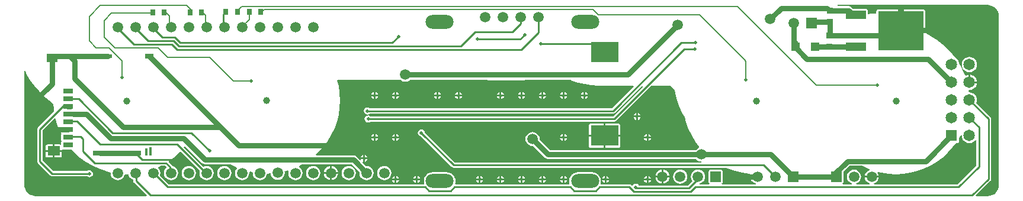
<source format=gbl>
G04 Layer_Physical_Order=2*
G04 Layer_Color=16711680*
%FSAX25Y25*%
%MOIN*%
G70*
G01*
G75*
%ADD10R,0.02756X0.03347*%
%ADD12C,0.02953*%
%ADD13C,0.01000*%
%ADD14C,0.03000*%
%ADD15R,0.06496X0.06496*%
%ADD16C,0.06496*%
%ADD17C,0.05905*%
%ADD18C,0.03937*%
%ADD19R,0.05905X0.05905*%
%ADD20C,0.05905*%
%ADD21C,0.05910*%
%ADD22O,0.15748X0.07874*%
%ADD23C,0.01968*%
%ADD24R,0.11220X0.04921*%
%ADD25R,0.25590X0.21850*%
%ADD26R,0.03740X0.03347*%
%ADD27R,0.04724X0.04724*%
%ADD28R,0.05905X0.04567*%
%ADD29R,0.04528X0.02362*%
%ADD30R,0.05118X0.02559*%
%ADD31R,0.01772X0.04528*%
%ADD32R,0.01772X0.04331*%
%ADD33R,0.06299X0.02559*%
%ADD34R,0.08425X0.02559*%
%ADD35R,0.07087X0.05315*%
%ADD36R,0.05512X0.03150*%
%ADD37R,0.15748X0.11811*%
%ADD38C,0.00700*%
G36*
X0146828Y0342653D02*
X0148834Y0339306D01*
X0151159Y0336172D01*
X0153780Y0333280D01*
X0157680Y0329380D01*
X0160572Y0326759D01*
X0161803Y0325846D01*
X0161911Y0323643D01*
X0162178Y0321841D01*
X0153019Y0312681D01*
X0152687Y0312185D01*
X0152571Y0311600D01*
Y0293700D01*
X0152687Y0293115D01*
X0153019Y0292619D01*
X0160119Y0285519D01*
X0160615Y0285187D01*
X0161200Y0285071D01*
X0180817D01*
X0181326Y0284731D01*
X0182100Y0284577D01*
X0182874Y0284731D01*
X0183531Y0285169D01*
X0183969Y0285826D01*
X0184123Y0286600D01*
X0183969Y0287374D01*
X0183531Y0288031D01*
X0182874Y0288469D01*
X0182100Y0288623D01*
X0181326Y0288469D01*
X0180817Y0288129D01*
X0161834D01*
X0155629Y0294334D01*
Y0310966D01*
X0162505Y0317842D01*
X0162987Y0317709D01*
X0163494Y0315686D01*
X0164862Y0311861D01*
X0166245Y0308936D01*
X0166224Y0308827D01*
Y0305677D01*
X0166301Y0305287D01*
X0166435Y0305087D01*
X0166301Y0304886D01*
X0166224Y0304496D01*
Y0303376D01*
X0166115Y0303268D01*
X0165724Y0303044D01*
X0165472Y0303094D01*
X0162428D01*
Y0299917D01*
X0166491D01*
Y0300045D01*
X0166600Y0300153D01*
X0166991Y0300377D01*
X0167243Y0300327D01*
X0172118D01*
X0173834Y0298434D01*
X0176844Y0295706D01*
X0180106Y0293287D01*
X0183590Y0291199D01*
X0187261Y0289462D01*
X0191086Y0288094D01*
X0194054Y0287350D01*
X0194013Y0287037D01*
X0194149Y0286005D01*
X0194547Y0285044D01*
X0195181Y0284218D01*
X0196007Y0283584D01*
X0196968Y0283186D01*
X0198000Y0283050D01*
X0199032Y0283186D01*
X0199993Y0283584D01*
X0200819Y0284218D01*
X0201453Y0285044D01*
X0201851Y0286005D01*
X0201899Y0286371D01*
X0203100Y0286312D01*
X0204102Y0286361D01*
X0204149Y0286005D01*
X0204547Y0285044D01*
X0205181Y0284218D01*
X0206007Y0283584D01*
X0206771Y0283268D01*
Y0282619D01*
X0206887Y0282033D01*
X0207219Y0281537D01*
X0214348Y0274408D01*
X0214157Y0273946D01*
X0151899D01*
X0151871Y0273940D01*
X0150638Y0274062D01*
X0149426Y0274429D01*
X0148309Y0275026D01*
X0147330Y0275830D01*
X0146527Y0276809D01*
X0145929Y0277926D01*
X0145562Y0279138D01*
X0145440Y0280371D01*
X0145446Y0280399D01*
Y0344434D01*
X0145934Y0344544D01*
X0146828Y0342653D01*
D02*
G37*
G36*
X0672899Y0308182D02*
X0672937Y0308153D01*
X0673079Y0307074D01*
X0673507Y0306040D01*
X0674188Y0305153D01*
X0675076Y0304472D01*
X0676109Y0304044D01*
X0677218Y0303898D01*
X0678327Y0304044D01*
X0679360Y0304472D01*
X0680248Y0305153D01*
X0680571Y0305574D01*
X0681071Y0305404D01*
Y0291334D01*
X0670366Y0280629D01*
X0623625D01*
X0623526Y0281129D01*
X0624293Y0281447D01*
X0625119Y0282081D01*
X0625753Y0282907D01*
X0626151Y0283868D01*
X0626221Y0284400D01*
X0618379D01*
X0618449Y0283868D01*
X0618847Y0282907D01*
X0619481Y0282081D01*
X0620307Y0281447D01*
X0621074Y0281129D01*
X0620975Y0280629D01*
X0613625D01*
X0613526Y0281129D01*
X0614293Y0281447D01*
X0615119Y0282081D01*
X0615753Y0282907D01*
X0616151Y0283868D01*
X0616287Y0284900D01*
X0616151Y0285932D01*
X0615753Y0286893D01*
X0615119Y0287719D01*
X0614293Y0288353D01*
X0613332Y0288751D01*
X0612300Y0288887D01*
X0611268Y0288751D01*
X0610307Y0288353D01*
X0609481Y0287719D01*
X0608847Y0286893D01*
X0608449Y0285932D01*
X0608313Y0284900D01*
X0608449Y0283868D01*
X0608847Y0282907D01*
X0609481Y0282081D01*
X0610307Y0281447D01*
X0611074Y0281129D01*
X0610975Y0280629D01*
X0605980D01*
X0605829Y0281129D01*
X0605974Y0281226D01*
X0606195Y0281557D01*
X0606272Y0281947D01*
Y0287702D01*
X0609646Y0291075D01*
X0616651D01*
X0620061Y0289462D01*
X0620929Y0289152D01*
X0620942Y0288616D01*
X0620307Y0288353D01*
X0619481Y0287719D01*
X0618847Y0286893D01*
X0618449Y0285932D01*
X0618379Y0285400D01*
X0626221D01*
X0626151Y0285932D01*
X0625753Y0286893D01*
X0625546Y0287162D01*
X0625837Y0287605D01*
X0627825Y0287107D01*
X0631843Y0286511D01*
X0635900Y0286312D01*
X0639957Y0286511D01*
X0643974Y0287107D01*
X0647914Y0288094D01*
X0651739Y0289462D01*
X0655410Y0291199D01*
X0658894Y0293287D01*
X0662156Y0295706D01*
X0665166Y0298434D01*
X0667894Y0301444D01*
X0669727Y0303915D01*
X0670466D01*
X0670856Y0303993D01*
X0671187Y0304214D01*
X0671408Y0304544D01*
X0671486Y0304935D01*
Y0306662D01*
X0672401Y0308190D01*
X0672419Y0308228D01*
X0672899Y0308182D01*
D02*
G37*
G36*
X0688593Y0381618D02*
X0689805Y0381251D01*
X0690922Y0380653D01*
X0691901Y0379850D01*
X0692705Y0378871D01*
X0693302Y0377754D01*
X0693669Y0376541D01*
X0693791Y0375309D01*
X0693785Y0375281D01*
Y0280399D01*
X0693791Y0280371D01*
X0693669Y0279138D01*
X0693302Y0277926D01*
X0692705Y0276809D01*
X0691901Y0275830D01*
X0690922Y0275026D01*
X0689805Y0274429D01*
X0688593Y0274062D01*
X0687360Y0273940D01*
X0687332Y0273946D01*
X0681062D01*
X0680871Y0274408D01*
X0688981Y0282519D01*
X0689313Y0283015D01*
X0689429Y0283600D01*
Y0317501D01*
X0689313Y0318086D01*
X0688981Y0318582D01*
X0681103Y0326461D01*
X0681357Y0327074D01*
X0681503Y0328183D01*
X0681357Y0329292D01*
X0680929Y0330325D01*
X0680248Y0331212D01*
X0679360Y0331893D01*
X0678327Y0332321D01*
X0677218Y0332467D01*
X0676988Y0332437D01*
X0676824Y0333547D01*
X0677099Y0333827D01*
X0677276Y0333906D01*
X0678327Y0334044D01*
X0679360Y0334472D01*
X0680248Y0335153D01*
X0680929Y0336040D01*
X0681357Y0337074D01*
X0681437Y0337683D01*
X0677218D01*
Y0338183D01*
X0676718D01*
Y0342402D01*
X0676109Y0342321D01*
X0675234Y0341959D01*
X0674647Y0342117D01*
X0674138Y0343539D01*
X0672401Y0347210D01*
X0671414Y0348858D01*
X0671357Y0349292D01*
X0670929Y0350325D01*
X0670248Y0351212D01*
X0669508Y0351780D01*
X0667894Y0353957D01*
X0665166Y0356966D01*
X0662156Y0359694D01*
X0658894Y0362113D01*
X0655410Y0364201D01*
X0654248Y0364751D01*
X0653869Y0365169D01*
X0652515Y0366397D01*
Y0378125D01*
X0652437Y0378515D01*
X0652216Y0378846D01*
X0651886Y0379067D01*
X0651495Y0379145D01*
X0625905D01*
X0625515Y0379067D01*
X0625184Y0378846D01*
X0624963Y0378515D01*
X0624885Y0378125D01*
Y0376983D01*
X0621340Y0376808D01*
X0620551Y0376691D01*
X0620172Y0377018D01*
Y0378598D01*
X0620095Y0378988D01*
X0619874Y0379319D01*
X0619543Y0379540D01*
X0619153Y0379617D01*
X0611788D01*
X0611053Y0380352D01*
X0610226Y0380905D01*
X0609250Y0381099D01*
X0603038D01*
X0602942Y0381234D01*
X0603200Y0381734D01*
X0687332D01*
X0687360Y0381739D01*
X0688593Y0381618D01*
D02*
G37*
G36*
X0453227Y0339359D02*
X0456902Y0338044D01*
X0460688Y0337096D01*
X0464548Y0336524D01*
X0468446Y0336332D01*
X0488116D01*
X0488307Y0335870D01*
X0475967Y0323529D01*
X0339783D01*
X0339274Y0323869D01*
X0338500Y0324023D01*
X0337726Y0323869D01*
X0337069Y0323431D01*
X0336631Y0322774D01*
X0336477Y0322000D01*
X0336631Y0321226D01*
X0337069Y0320569D01*
X0337726Y0320131D01*
X0338500Y0319977D01*
X0339274Y0320131D01*
X0339783Y0320471D01*
X0476600D01*
X0477185Y0320587D01*
X0477681Y0320919D01*
X0492954Y0336191D01*
X0493189Y0336159D01*
X0493367Y0335630D01*
X0476766Y0319029D01*
X0340183D01*
X0339674Y0319369D01*
X0338900Y0319523D01*
X0338126Y0319369D01*
X0337469Y0318931D01*
X0337031Y0318274D01*
X0336877Y0317500D01*
X0337031Y0316726D01*
X0337469Y0316069D01*
X0338126Y0315631D01*
X0338900Y0315477D01*
X0339674Y0315631D01*
X0340183Y0315971D01*
X0477400D01*
X0477985Y0316087D01*
X0478481Y0316419D01*
X0498395Y0336332D01*
X0508928D01*
X0511483Y0333777D01*
X0511773Y0331818D01*
X0512737Y0327972D01*
X0514073Y0324238D01*
X0515768Y0320654D01*
X0517110Y0318414D01*
X0517794Y0315686D01*
X0519162Y0311861D01*
X0520899Y0308190D01*
X0522987Y0304706D01*
X0525166Y0301767D01*
X0524997Y0301156D01*
X0524507Y0300953D01*
X0523681Y0300319D01*
X0523455Y0300025D01*
X0441146D01*
X0435338Y0305832D01*
X0435387Y0306200D01*
X0435251Y0307232D01*
X0434853Y0308193D01*
X0434219Y0309019D01*
X0433393Y0309653D01*
X0432432Y0310051D01*
X0431400Y0310187D01*
X0430368Y0310051D01*
X0429407Y0309653D01*
X0428581Y0309019D01*
X0427947Y0308193D01*
X0427549Y0307232D01*
X0427413Y0306200D01*
X0427549Y0305168D01*
X0427947Y0304207D01*
X0428581Y0303381D01*
X0429407Y0302747D01*
X0430368Y0302349D01*
X0431400Y0302213D01*
X0431768Y0302261D01*
X0438315Y0295715D01*
X0439134Y0295167D01*
X0440100Y0294975D01*
X0523455D01*
X0523681Y0294681D01*
X0524507Y0294047D01*
X0525468Y0293649D01*
X0526377Y0293529D01*
X0526344Y0293029D01*
X0387533D01*
X0370788Y0309774D01*
X0370669Y0310374D01*
X0370231Y0311031D01*
X0369574Y0311469D01*
X0368800Y0311623D01*
X0368026Y0311469D01*
X0367369Y0311031D01*
X0366931Y0310374D01*
X0366777Y0309600D01*
X0366931Y0308826D01*
X0367369Y0308169D01*
X0368026Y0307731D01*
X0368625Y0307612D01*
X0385819Y0290419D01*
X0386315Y0290087D01*
X0386900Y0289971D01*
X0540486D01*
X0541561Y0289462D01*
X0545386Y0288094D01*
X0549326Y0287107D01*
X0553343Y0286511D01*
X0553894Y0286484D01*
X0554098Y0286161D01*
X0554141Y0285971D01*
X0554079Y0285500D01*
X0558000D01*
Y0284500D01*
X0554079D01*
X0554149Y0283968D01*
X0554547Y0283007D01*
X0555181Y0282181D01*
X0556007Y0281547D01*
X0556968Y0281149D01*
X0557117Y0281129D01*
X0557084Y0280629D01*
X0538177D01*
X0537875Y0281093D01*
X0537879Y0281129D01*
X0538174Y0281326D01*
X0538395Y0281657D01*
X0538472Y0282047D01*
Y0287953D01*
X0538395Y0288343D01*
X0538174Y0288674D01*
X0537843Y0288895D01*
X0537453Y0288972D01*
X0531547D01*
X0531157Y0288895D01*
X0530826Y0288674D01*
X0530605Y0288343D01*
X0530528Y0287953D01*
Y0282047D01*
X0530605Y0281657D01*
X0530826Y0281326D01*
X0531121Y0281129D01*
X0531125Y0281093D01*
X0530823Y0280629D01*
X0525416D01*
X0525383Y0281129D01*
X0525532Y0281149D01*
X0526493Y0281547D01*
X0527319Y0282181D01*
X0527953Y0283007D01*
X0528351Y0283968D01*
X0528487Y0285000D01*
X0528351Y0286032D01*
X0527953Y0286993D01*
X0527319Y0287819D01*
X0526493Y0288453D01*
X0525532Y0288851D01*
X0524500Y0288987D01*
X0523468Y0288851D01*
X0522507Y0288453D01*
X0521681Y0287819D01*
X0521047Y0286993D01*
X0520649Y0286032D01*
X0520513Y0285000D01*
X0520649Y0283968D01*
X0521047Y0283007D01*
X0521393Y0282556D01*
X0518866Y0280029D01*
X0491437D01*
X0491357Y0280045D01*
X0491188D01*
X0490931Y0280431D01*
X0490274Y0280869D01*
X0489500Y0281023D01*
X0488726Y0280869D01*
X0488069Y0280431D01*
X0487812Y0280045D01*
X0487196Y0279954D01*
X0486968Y0280181D01*
X0486472Y0280513D01*
X0485887Y0280629D01*
X0469867D01*
X0469589Y0281045D01*
X0469645Y0281180D01*
X0469814Y0282469D01*
X0469645Y0283757D01*
X0469147Y0284958D01*
X0469060Y0285072D01*
X0469059Y0285075D01*
X0468427Y0285897D01*
X0468425Y0285899D01*
X0468356Y0285990D01*
X0468256Y0286066D01*
X0468239Y0286085D01*
X0467417Y0286716D01*
X0467394Y0286728D01*
X0467324Y0286781D01*
X0467231Y0286820D01*
X0467186Y0286849D01*
X0466229Y0287246D01*
X0466176Y0287257D01*
X0466123Y0287278D01*
X0466051Y0287288D01*
X0465972Y0287315D01*
X0464944Y0287450D01*
X0464877Y0287446D01*
X0464811Y0287459D01*
X0456985D01*
X0456919Y0287446D01*
X0456852Y0287450D01*
X0455824Y0287315D01*
X0455744Y0287288D01*
X0455672Y0287278D01*
X0455619Y0287257D01*
X0455567Y0287246D01*
X0454609Y0286849D01*
X0454565Y0286820D01*
X0454471Y0286781D01*
X0454401Y0286728D01*
X0454379Y0286716D01*
X0453556Y0286085D01*
X0453539Y0286066D01*
X0453440Y0285990D01*
X0453370Y0285899D01*
X0453368Y0285897D01*
X0452737Y0285075D01*
X0452736Y0285072D01*
X0452648Y0284958D01*
X0452151Y0283757D01*
X0451981Y0282469D01*
X0452151Y0281180D01*
X0452206Y0281045D01*
X0451929Y0280629D01*
X0388140D01*
X0388027Y0280795D01*
X0387891Y0281129D01*
X0387912Y0281180D01*
X0388082Y0282469D01*
X0387912Y0283757D01*
X0387857Y0283892D01*
X0387854Y0283903D01*
X0387451Y0284876D01*
X0387445Y0284885D01*
X0387415Y0284958D01*
X0387349Y0285044D01*
X0387318Y0285106D01*
X0386677Y0285942D01*
X0386625Y0285988D01*
X0386624Y0285990D01*
X0386618Y0285994D01*
X0386601Y0286008D01*
X0386581Y0286034D01*
X0386555Y0286055D01*
X0386489Y0286130D01*
X0385653Y0286771D01*
X0385563Y0286816D01*
X0385537Y0286836D01*
X0385506Y0286849D01*
X0385423Y0286905D01*
X0384450Y0287308D01*
X0384351Y0287327D01*
X0384321Y0287340D01*
X0384288Y0287344D01*
X0384193Y0287376D01*
X0383148Y0287514D01*
X0383081Y0287509D01*
X0383015Y0287523D01*
X0375315D01*
X0375249Y0287509D01*
X0375182Y0287514D01*
X0374138Y0287376D01*
X0374043Y0287344D01*
X0374010Y0287340D01*
X0373979Y0287327D01*
X0373881Y0287308D01*
X0372908Y0286905D01*
X0372824Y0286849D01*
X0372794Y0286836D01*
X0372767Y0286816D01*
X0372677Y0286771D01*
X0371842Y0286130D01*
X0371776Y0286055D01*
X0371749Y0286034D01*
X0371729Y0286008D01*
X0371712Y0285994D01*
X0371707Y0285990D01*
X0371706Y0285988D01*
X0371654Y0285942D01*
X0371012Y0285106D01*
X0370982Y0285044D01*
X0370916Y0284958D01*
X0370886Y0284885D01*
X0370879Y0284876D01*
X0370476Y0283903D01*
X0370474Y0283892D01*
X0370418Y0283757D01*
X0370249Y0282469D01*
X0370418Y0281180D01*
X0370439Y0281129D01*
X0370304Y0280795D01*
X0370191Y0280629D01*
X0226770D01*
X0221717Y0285683D01*
X0221851Y0286005D01*
X0221987Y0287037D01*
X0221851Y0288069D01*
X0221453Y0289030D01*
X0220852Y0289814D01*
X0220812Y0289983D01*
X0220853Y0290368D01*
X0222340Y0291071D01*
X0224567D01*
X0225252Y0290385D01*
X0225220Y0289886D01*
X0225181Y0289856D01*
X0224547Y0289030D01*
X0224149Y0288069D01*
X0224013Y0287037D01*
X0224149Y0286005D01*
X0224547Y0285044D01*
X0225181Y0284218D01*
X0226007Y0283584D01*
X0226968Y0283186D01*
X0228000Y0283050D01*
X0229032Y0283186D01*
X0229993Y0283584D01*
X0230819Y0284218D01*
X0231453Y0285044D01*
X0231851Y0286005D01*
X0231987Y0287037D01*
X0231851Y0288069D01*
X0231453Y0289030D01*
X0230819Y0289856D01*
X0229993Y0290490D01*
X0229032Y0290888D01*
X0228745Y0290926D01*
X0228713Y0291085D01*
X0228381Y0291581D01*
X0226699Y0293264D01*
X0226736Y0293763D01*
X0229357Y0295706D01*
X0232366Y0298434D01*
X0232919Y0299043D01*
X0233418Y0299056D01*
X0244224Y0288250D01*
X0244149Y0288069D01*
X0244013Y0287037D01*
X0244149Y0286005D01*
X0244547Y0285044D01*
X0245181Y0284218D01*
X0246007Y0283584D01*
X0246968Y0283186D01*
X0248000Y0283050D01*
X0249032Y0283186D01*
X0249993Y0283584D01*
X0250819Y0284218D01*
X0251453Y0285044D01*
X0251851Y0286005D01*
X0251987Y0287037D01*
X0251851Y0288069D01*
X0251453Y0289030D01*
X0250819Y0289856D01*
X0249993Y0290490D01*
X0249032Y0290888D01*
X0248000Y0291024D01*
X0246968Y0290888D01*
X0246221Y0290579D01*
X0235206Y0301594D01*
X0235501Y0301993D01*
X0236000Y0302029D01*
X0245415Y0292615D01*
X0246234Y0292067D01*
X0247200Y0291875D01*
X0261562D01*
X0262190Y0291499D01*
X0264890Y0290222D01*
X0264998Y0289617D01*
X0264547Y0289030D01*
X0264149Y0288069D01*
X0264013Y0287037D01*
X0264149Y0286005D01*
X0264547Y0285044D01*
X0265181Y0284218D01*
X0266007Y0283584D01*
X0266968Y0283186D01*
X0268000Y0283050D01*
X0269032Y0283186D01*
X0269993Y0283584D01*
X0270819Y0284218D01*
X0271453Y0285044D01*
X0271851Y0286005D01*
X0271987Y0287037D01*
X0271939Y0287403D01*
X0272312Y0287736D01*
X0273625Y0287407D01*
X0274054Y0287343D01*
X0274013Y0287037D01*
X0274149Y0286005D01*
X0274547Y0285044D01*
X0275181Y0284218D01*
X0276007Y0283584D01*
X0276968Y0283186D01*
X0278000Y0283050D01*
X0279032Y0283186D01*
X0279993Y0283584D01*
X0280819Y0284218D01*
X0281453Y0285044D01*
X0281851Y0286005D01*
X0281932Y0286623D01*
X0284059Y0286727D01*
X0284149Y0286045D01*
X0284547Y0285083D01*
X0285181Y0284257D01*
X0286007Y0283624D01*
X0286968Y0283225D01*
X0288000Y0283089D01*
X0289032Y0283225D01*
X0289993Y0283624D01*
X0290819Y0284257D01*
X0291453Y0285083D01*
X0291851Y0286045D01*
X0291987Y0287076D01*
X0291874Y0287933D01*
X0293714Y0288394D01*
X0293808Y0288427D01*
X0293921Y0288309D01*
X0294142Y0288016D01*
X0294013Y0287037D01*
X0294149Y0286005D01*
X0294547Y0285044D01*
X0295181Y0284218D01*
X0296007Y0283584D01*
X0296968Y0283186D01*
X0298000Y0283050D01*
X0299032Y0283186D01*
X0299993Y0283584D01*
X0300819Y0284218D01*
X0301453Y0285044D01*
X0301851Y0286005D01*
X0301987Y0287037D01*
X0301851Y0288069D01*
X0301453Y0289030D01*
X0300819Y0289856D01*
X0300090Y0290416D01*
X0300054Y0290952D01*
X0301210Y0291499D01*
X0301838Y0291875D01*
X0329591D01*
X0334062Y0287405D01*
X0334013Y0287037D01*
X0334149Y0286005D01*
X0334547Y0285044D01*
X0335181Y0284218D01*
X0336007Y0283584D01*
X0336968Y0283186D01*
X0338000Y0283050D01*
X0339032Y0283186D01*
X0339993Y0283584D01*
X0340819Y0284218D01*
X0341453Y0285044D01*
X0341851Y0286005D01*
X0341987Y0287037D01*
X0341851Y0288069D01*
X0341453Y0289030D01*
X0340819Y0289856D01*
X0339993Y0290490D01*
X0339032Y0290888D01*
X0338000Y0291024D01*
X0337632Y0290975D01*
X0335631Y0292977D01*
X0335722Y0293164D01*
X0335926Y0293389D01*
X0336114Y0293352D01*
Y0294776D01*
X0334690D01*
X0334728Y0294587D01*
X0334502Y0294383D01*
X0334315Y0294292D01*
X0332422Y0296185D01*
X0331603Y0296733D01*
X0330637Y0296925D01*
X0309665D01*
X0309485Y0297391D01*
X0310966Y0298734D01*
X0313694Y0301744D01*
X0316113Y0305006D01*
X0318201Y0308490D01*
X0319938Y0312161D01*
X0321306Y0315986D01*
X0322293Y0319925D01*
X0322889Y0323943D01*
X0323088Y0328000D01*
X0322889Y0332057D01*
X0322293Y0336074D01*
X0321558Y0339011D01*
X0321865Y0339405D01*
X0357341D01*
X0357807Y0339047D01*
X0358768Y0338649D01*
X0359800Y0338513D01*
X0360832Y0338649D01*
X0361793Y0339047D01*
X0362259Y0339405D01*
X0405894D01*
X0406654Y0339368D01*
X0426618D01*
X0427419Y0339407D01*
X0453127D01*
X0453227Y0339359D01*
D02*
G37*
%LPC*%
G36*
X0166491Y0298917D02*
X0162428D01*
Y0295740D01*
X0165472D01*
X0165862Y0295818D01*
X0166193Y0296039D01*
X0166414Y0296370D01*
X0166491Y0296760D01*
Y0298917D01*
D02*
G37*
G36*
X0161428D02*
X0157366D01*
Y0296760D01*
X0157443Y0296370D01*
X0157664Y0296039D01*
X0157995Y0295818D01*
X0158385Y0295740D01*
X0161428D01*
Y0298917D01*
D02*
G37*
G36*
Y0303094D02*
X0158385D01*
X0157995Y0303017D01*
X0157664Y0302796D01*
X0157443Y0302465D01*
X0157366Y0302075D01*
Y0299917D01*
X0161428D01*
Y0303094D01*
D02*
G37*
G36*
X0677218Y0352467D02*
X0676109Y0352321D01*
X0675076Y0351893D01*
X0674188Y0351212D01*
X0673507Y0350325D01*
X0673079Y0349292D01*
X0672933Y0348183D01*
X0673079Y0347074D01*
X0673507Y0346040D01*
X0674188Y0345153D01*
X0675076Y0344472D01*
X0676109Y0344044D01*
X0677218Y0343898D01*
X0678327Y0344044D01*
X0679360Y0344472D01*
X0680248Y0345153D01*
X0680929Y0346040D01*
X0681357Y0347074D01*
X0681503Y0348183D01*
X0681357Y0349292D01*
X0680929Y0350325D01*
X0680248Y0351212D01*
X0679360Y0351893D01*
X0678327Y0352321D01*
X0677218Y0352467D01*
D02*
G37*
G36*
X0677718Y0342402D02*
Y0338683D01*
X0681437D01*
X0681357Y0339292D01*
X0680929Y0340325D01*
X0680248Y0341212D01*
X0679360Y0341893D01*
X0678327Y0342321D01*
X0677718Y0342402D01*
D02*
G37*
G36*
X0437508Y0285388D02*
Y0283964D01*
X0438931D01*
X0438877Y0284239D01*
X0438438Y0284895D01*
X0437782Y0285334D01*
X0437508Y0285388D01*
D02*
G37*
G36*
X0436508D02*
X0436234Y0285334D01*
X0435577Y0284895D01*
X0435139Y0284239D01*
X0435084Y0283964D01*
X0436508D01*
Y0285388D01*
D02*
G37*
G36*
X0448319D02*
X0448044Y0285334D01*
X0447388Y0284895D01*
X0446950Y0284239D01*
X0446895Y0283964D01*
X0448319D01*
Y0285388D01*
D02*
G37*
G36*
X0472941D02*
Y0283964D01*
X0474365D01*
X0474310Y0284239D01*
X0473871Y0284895D01*
X0473215Y0285334D01*
X0472941Y0285388D01*
D02*
G37*
G36*
X0471941D02*
X0471667Y0285334D01*
X0471010Y0284895D01*
X0470572Y0284239D01*
X0470517Y0283964D01*
X0471941D01*
Y0285388D01*
D02*
G37*
G36*
X0449319D02*
Y0283964D01*
X0450742D01*
X0450688Y0284239D01*
X0450249Y0284895D01*
X0449593Y0285334D01*
X0449319Y0285388D01*
D02*
G37*
G36*
X0425697D02*
Y0283964D01*
X0427120D01*
X0427066Y0284239D01*
X0426627Y0284895D01*
X0425971Y0285334D01*
X0425697Y0285388D01*
D02*
G37*
G36*
X0401075D02*
X0400801Y0285334D01*
X0400144Y0284895D01*
X0399706Y0284239D01*
X0399651Y0283964D01*
X0401075D01*
Y0285388D01*
D02*
G37*
G36*
X0366642D02*
Y0283964D01*
X0368065D01*
X0368011Y0284239D01*
X0367572Y0284895D01*
X0366916Y0285334D01*
X0366642Y0285388D01*
D02*
G37*
G36*
X0365642D02*
X0365367Y0285334D01*
X0364711Y0284895D01*
X0364272Y0284239D01*
X0364218Y0283964D01*
X0365642D01*
Y0285388D01*
D02*
G37*
G36*
X0402075D02*
Y0283964D01*
X0403498D01*
X0403444Y0284239D01*
X0403005Y0284895D01*
X0402349Y0285334D01*
X0402075Y0285388D01*
D02*
G37*
G36*
X0424697D02*
X0424423Y0285334D01*
X0423766Y0284895D01*
X0423328Y0284239D01*
X0423273Y0283964D01*
X0424697D01*
Y0285388D01*
D02*
G37*
G36*
X0413886D02*
Y0283964D01*
X0415309D01*
X0415255Y0284239D01*
X0414816Y0284895D01*
X0414160Y0285334D01*
X0413886Y0285388D01*
D02*
G37*
G36*
X0412886D02*
X0412611Y0285334D01*
X0411955Y0284895D01*
X0411517Y0284239D01*
X0411462Y0283964D01*
X0412886D01*
Y0285388D01*
D02*
G37*
G36*
X0336114Y0297199D02*
X0335840Y0297145D01*
X0335184Y0296706D01*
X0334745Y0296050D01*
X0334690Y0295776D01*
X0336114D01*
Y0297199D01*
D02*
G37*
G36*
X0337114D02*
Y0295776D01*
X0338538D01*
X0338483Y0296050D01*
X0338045Y0296706D01*
X0337388Y0297145D01*
X0337114Y0297199D01*
D02*
G37*
G36*
X0480809Y0307569D02*
X0472416D01*
Y0301143D01*
X0479790D01*
X0480180Y0301221D01*
X0480511Y0301442D01*
X0480732Y0301773D01*
X0480809Y0302163D01*
Y0307569D01*
D02*
G37*
G36*
X0471416D02*
X0463022D01*
Y0302163D01*
X0463100Y0301773D01*
X0463321Y0301442D01*
X0463652Y0301221D01*
X0464042Y0301143D01*
X0471416D01*
Y0307569D01*
D02*
G37*
G36*
X0504000Y0288921D02*
X0503468Y0288851D01*
X0502507Y0288453D01*
X0501681Y0287819D01*
X0501047Y0286993D01*
X0500649Y0286032D01*
X0500579Y0285500D01*
X0504000D01*
Y0288921D01*
D02*
G37*
G36*
X0496563Y0285388D02*
Y0283964D01*
X0497987D01*
X0497932Y0284239D01*
X0497493Y0284895D01*
X0496837Y0285334D01*
X0496563Y0285388D01*
D02*
G37*
G36*
X0495563D02*
X0495289Y0285334D01*
X0494632Y0284895D01*
X0494194Y0284239D01*
X0494139Y0283964D01*
X0495563D01*
Y0285388D01*
D02*
G37*
G36*
X0505000Y0288921D02*
Y0285500D01*
X0508421D01*
X0508351Y0286032D01*
X0507953Y0286993D01*
X0507319Y0287819D01*
X0506493Y0288453D01*
X0505532Y0288851D01*
X0505000Y0288921D01*
D02*
G37*
G36*
X0338538Y0294776D02*
X0337114D01*
Y0293352D01*
X0337388Y0293406D01*
X0338045Y0293845D01*
X0338483Y0294501D01*
X0338538Y0294776D01*
D02*
G37*
G36*
X0318500Y0290958D02*
Y0287537D01*
X0321921D01*
X0321851Y0288069D01*
X0321453Y0289030D01*
X0320819Y0289856D01*
X0319993Y0290490D01*
X0319032Y0290888D01*
X0318500Y0290958D01*
D02*
G37*
G36*
X0317500D02*
X0316968Y0290888D01*
X0316007Y0290490D01*
X0315181Y0289856D01*
X0314547Y0289030D01*
X0314149Y0288069D01*
X0314079Y0287537D01*
X0317500D01*
Y0290958D01*
D02*
G37*
G36*
X0415309Y0282964D02*
X0413886D01*
Y0281541D01*
X0414160Y0281595D01*
X0414816Y0282034D01*
X0415255Y0282690D01*
X0415309Y0282964D01*
D02*
G37*
G36*
X0412886D02*
X0411462D01*
X0411517Y0282690D01*
X0411955Y0282034D01*
X0412611Y0281595D01*
X0412886Y0281541D01*
Y0282964D01*
D02*
G37*
G36*
X0403498D02*
X0402075D01*
Y0281541D01*
X0402349Y0281595D01*
X0403005Y0282034D01*
X0403444Y0282690D01*
X0403498Y0282964D01*
D02*
G37*
G36*
X0424697D02*
X0423273D01*
X0423328Y0282690D01*
X0423766Y0282034D01*
X0424423Y0281595D01*
X0424697Y0281541D01*
Y0282964D01*
D02*
G37*
G36*
X0438931D02*
X0437508D01*
Y0281541D01*
X0437782Y0281595D01*
X0438438Y0282034D01*
X0438877Y0282690D01*
X0438931Y0282964D01*
D02*
G37*
G36*
X0436508D02*
X0435084D01*
X0435139Y0282690D01*
X0435577Y0282034D01*
X0436234Y0281595D01*
X0436508Y0281541D01*
Y0282964D01*
D02*
G37*
G36*
X0427120D02*
X0425697D01*
Y0281541D01*
X0425971Y0281595D01*
X0426627Y0282034D01*
X0427066Y0282690D01*
X0427120Y0282964D01*
D02*
G37*
G36*
X0401075D02*
X0399651D01*
X0399706Y0282690D01*
X0400144Y0282034D01*
X0400801Y0281595D01*
X0401075Y0281541D01*
Y0282964D01*
D02*
G37*
G36*
X0508421Y0284500D02*
X0505000D01*
Y0281079D01*
X0505532Y0281149D01*
X0506493Y0281547D01*
X0507319Y0282181D01*
X0507953Y0283007D01*
X0508351Y0283968D01*
X0508421Y0284500D01*
D02*
G37*
G36*
X0504000D02*
X0500579D01*
X0500649Y0283968D01*
X0501047Y0283007D01*
X0501681Y0282181D01*
X0502507Y0281547D01*
X0503468Y0281149D01*
X0504000Y0281079D01*
Y0284500D01*
D02*
G37*
G36*
X0514500Y0288987D02*
X0513468Y0288851D01*
X0512507Y0288453D01*
X0511681Y0287819D01*
X0511047Y0286993D01*
X0510649Y0286032D01*
X0510513Y0285000D01*
X0510649Y0283968D01*
X0511047Y0283007D01*
X0511681Y0282181D01*
X0512507Y0281547D01*
X0513468Y0281149D01*
X0514500Y0281013D01*
X0515532Y0281149D01*
X0516493Y0281547D01*
X0517319Y0282181D01*
X0517953Y0283007D01*
X0518351Y0283968D01*
X0518487Y0285000D01*
X0518351Y0286032D01*
X0517953Y0286993D01*
X0517319Y0287819D01*
X0516493Y0288453D01*
X0515532Y0288851D01*
X0514500Y0288987D01*
D02*
G37*
G36*
X0353831Y0282964D02*
X0352407D01*
X0352462Y0282690D01*
X0352900Y0282034D01*
X0353556Y0281595D01*
X0353831Y0281541D01*
Y0282964D01*
D02*
G37*
G36*
X0368065D02*
X0366642D01*
Y0281541D01*
X0366916Y0281595D01*
X0367572Y0282034D01*
X0368011Y0282690D01*
X0368065Y0282964D01*
D02*
G37*
G36*
X0365642D02*
X0364218D01*
X0364272Y0282690D01*
X0364711Y0282034D01*
X0365367Y0281595D01*
X0365642Y0281541D01*
Y0282964D01*
D02*
G37*
G36*
X0356254D02*
X0354831D01*
Y0281541D01*
X0355105Y0281595D01*
X0355761Y0282034D01*
X0356200Y0282690D01*
X0356254Y0282964D01*
D02*
G37*
G36*
X0348000Y0291024D02*
X0346968Y0290888D01*
X0346007Y0290490D01*
X0345181Y0289856D01*
X0344547Y0289030D01*
X0344149Y0288069D01*
X0344013Y0287037D01*
X0344149Y0286005D01*
X0344547Y0285044D01*
X0345181Y0284218D01*
X0346007Y0283584D01*
X0346968Y0283186D01*
X0348000Y0283050D01*
X0349032Y0283186D01*
X0349993Y0283584D01*
X0350819Y0284218D01*
X0351453Y0285044D01*
X0351851Y0286005D01*
X0351987Y0287037D01*
X0351851Y0288069D01*
X0351453Y0289030D01*
X0350819Y0289856D01*
X0349993Y0290490D01*
X0349032Y0290888D01*
X0348000Y0291024D01*
D02*
G37*
G36*
X0328000D02*
X0326968Y0290888D01*
X0326007Y0290490D01*
X0325181Y0289856D01*
X0324547Y0289030D01*
X0324149Y0288069D01*
X0324013Y0287037D01*
X0324149Y0286005D01*
X0324547Y0285044D01*
X0325181Y0284218D01*
X0326007Y0283584D01*
X0326968Y0283186D01*
X0328000Y0283050D01*
X0329032Y0283186D01*
X0329993Y0283584D01*
X0330819Y0284218D01*
X0331453Y0285044D01*
X0331851Y0286005D01*
X0331987Y0287037D01*
X0331851Y0288069D01*
X0331453Y0289030D01*
X0330819Y0289856D01*
X0329993Y0290490D01*
X0329032Y0290888D01*
X0328000Y0291024D01*
D02*
G37*
G36*
X0308000D02*
X0306968Y0290888D01*
X0306007Y0290490D01*
X0305181Y0289856D01*
X0304547Y0289030D01*
X0304149Y0288069D01*
X0304013Y0287037D01*
X0304149Y0286005D01*
X0304547Y0285044D01*
X0305181Y0284218D01*
X0306007Y0283584D01*
X0306968Y0283186D01*
X0308000Y0283050D01*
X0309032Y0283186D01*
X0309993Y0283584D01*
X0310819Y0284218D01*
X0311453Y0285044D01*
X0311851Y0286005D01*
X0311987Y0287037D01*
X0311851Y0288069D01*
X0311453Y0289030D01*
X0310819Y0289856D01*
X0309993Y0290490D01*
X0309032Y0290888D01*
X0308000Y0291024D01*
D02*
G37*
G36*
X0321921Y0286537D02*
X0318500D01*
Y0283116D01*
X0319032Y0283186D01*
X0319993Y0283584D01*
X0320819Y0284218D01*
X0321453Y0285044D01*
X0321851Y0286005D01*
X0321921Y0286537D01*
D02*
G37*
G36*
X0354831Y0285388D02*
Y0283964D01*
X0356254D01*
X0356200Y0284239D01*
X0355761Y0284895D01*
X0355105Y0285334D01*
X0354831Y0285388D01*
D02*
G37*
G36*
X0353831D02*
X0353556Y0285334D01*
X0352900Y0284895D01*
X0352462Y0284239D01*
X0352407Y0283964D01*
X0353831D01*
Y0285388D01*
D02*
G37*
G36*
X0317500Y0286537D02*
X0314079D01*
X0314149Y0286005D01*
X0314547Y0285044D01*
X0315181Y0284218D01*
X0316007Y0283584D01*
X0316968Y0283186D01*
X0317500Y0283116D01*
Y0286537D01*
D02*
G37*
G36*
X0258000Y0291024D02*
X0256968Y0290888D01*
X0256007Y0290490D01*
X0255181Y0289856D01*
X0254547Y0289030D01*
X0254149Y0288069D01*
X0254013Y0287037D01*
X0254149Y0286005D01*
X0254547Y0285044D01*
X0255181Y0284218D01*
X0256007Y0283584D01*
X0256968Y0283186D01*
X0258000Y0283050D01*
X0259032Y0283186D01*
X0259993Y0283584D01*
X0260819Y0284218D01*
X0261453Y0285044D01*
X0261851Y0286005D01*
X0261987Y0287037D01*
X0261851Y0288069D01*
X0261453Y0289030D01*
X0260819Y0289856D01*
X0259993Y0290490D01*
X0259032Y0290888D01*
X0258000Y0291024D01*
D02*
G37*
G36*
X0471941Y0282964D02*
X0470517D01*
X0470572Y0282690D01*
X0471010Y0282034D01*
X0471667Y0281595D01*
X0471941Y0281541D01*
Y0282964D01*
D02*
G37*
G36*
X0450742D02*
X0449319D01*
Y0281541D01*
X0449593Y0281595D01*
X0450249Y0282034D01*
X0450688Y0282690D01*
X0450742Y0282964D01*
D02*
G37*
G36*
X0448319D02*
X0446895D01*
X0446950Y0282690D01*
X0447388Y0282034D01*
X0448044Y0281595D01*
X0448319Y0281541D01*
Y0282964D01*
D02*
G37*
G36*
X0474365D02*
X0472941D01*
Y0281541D01*
X0473215Y0281595D01*
X0473871Y0282034D01*
X0474310Y0282690D01*
X0474365Y0282964D01*
D02*
G37*
G36*
X0238000Y0291024D02*
X0236968Y0290888D01*
X0236007Y0290490D01*
X0235181Y0289856D01*
X0234547Y0289030D01*
X0234149Y0288069D01*
X0234013Y0287037D01*
X0234149Y0286005D01*
X0234547Y0285044D01*
X0235181Y0284218D01*
X0236007Y0283584D01*
X0236968Y0283186D01*
X0238000Y0283050D01*
X0239032Y0283186D01*
X0239993Y0283584D01*
X0240819Y0284218D01*
X0241453Y0285044D01*
X0241851Y0286005D01*
X0241987Y0287037D01*
X0241851Y0288069D01*
X0241453Y0289030D01*
X0240819Y0289856D01*
X0239993Y0290490D01*
X0239032Y0290888D01*
X0238000Y0291024D01*
D02*
G37*
G36*
X0497987Y0282964D02*
X0496563D01*
Y0281541D01*
X0496837Y0281595D01*
X0497493Y0282034D01*
X0497932Y0282690D01*
X0497987Y0282964D01*
D02*
G37*
G36*
X0495563D02*
X0494139D01*
X0494194Y0282690D01*
X0494632Y0282034D01*
X0495289Y0281595D01*
X0495563Y0281541D01*
Y0282964D01*
D02*
G37*
G36*
X0342020Y0332632D02*
X0341745Y0332578D01*
X0341089Y0332139D01*
X0340651Y0331483D01*
X0340596Y0331209D01*
X0342020D01*
Y0332632D01*
D02*
G37*
G36*
X0462553Y0330209D02*
X0461130D01*
Y0328785D01*
X0461404Y0328839D01*
X0462060Y0329278D01*
X0462499Y0329934D01*
X0462553Y0330209D01*
D02*
G37*
G36*
X0460130D02*
X0458706D01*
X0458761Y0329934D01*
X0459199Y0329278D01*
X0459856Y0328839D01*
X0460130Y0328785D01*
Y0330209D01*
D02*
G37*
G36*
X0343020Y0332632D02*
Y0331209D01*
X0344443D01*
X0344389Y0331483D01*
X0343950Y0332139D01*
X0343294Y0332578D01*
X0343020Y0332632D01*
D02*
G37*
G36*
X0377453D02*
X0377178Y0332578D01*
X0376522Y0332139D01*
X0376083Y0331483D01*
X0376029Y0331209D01*
X0377453D01*
Y0332632D01*
D02*
G37*
G36*
X0354831D02*
Y0331209D01*
X0356254D01*
X0356200Y0331483D01*
X0355761Y0332139D01*
X0355105Y0332578D01*
X0354831Y0332632D01*
D02*
G37*
G36*
X0353831D02*
X0353556Y0332578D01*
X0352900Y0332139D01*
X0352462Y0331483D01*
X0352407Y0331209D01*
X0353831D01*
Y0332632D01*
D02*
G37*
G36*
X0450742Y0330209D02*
X0449319D01*
Y0328785D01*
X0449593Y0328839D01*
X0450249Y0329278D01*
X0450688Y0329934D01*
X0450742Y0330209D01*
D02*
G37*
G36*
X0424697D02*
X0423273D01*
X0423328Y0329934D01*
X0423766Y0329278D01*
X0424423Y0328839D01*
X0424697Y0328785D01*
Y0330209D01*
D02*
G37*
G36*
X0415309D02*
X0413886D01*
Y0328785D01*
X0414160Y0328839D01*
X0414816Y0329278D01*
X0415255Y0329934D01*
X0415309Y0330209D01*
D02*
G37*
G36*
X0412886D02*
X0411462D01*
X0411517Y0329934D01*
X0411955Y0329278D01*
X0412611Y0328839D01*
X0412886Y0328785D01*
Y0330209D01*
D02*
G37*
G36*
X0427120D02*
X0425697D01*
Y0328785D01*
X0425971Y0328839D01*
X0426627Y0329278D01*
X0427066Y0329934D01*
X0427120Y0330209D01*
D02*
G37*
G36*
X0448319D02*
X0446895D01*
X0446950Y0329934D01*
X0447388Y0329278D01*
X0448044Y0328839D01*
X0448319Y0328785D01*
Y0330209D01*
D02*
G37*
G36*
X0438931D02*
X0437508D01*
Y0328785D01*
X0437782Y0328839D01*
X0438438Y0329278D01*
X0438877Y0329934D01*
X0438931Y0330209D01*
D02*
G37*
G36*
X0436508D02*
X0435084D01*
X0435139Y0329934D01*
X0435577Y0329278D01*
X0436234Y0328839D01*
X0436508Y0328785D01*
Y0330209D01*
D02*
G37*
G36*
X0449319Y0332632D02*
Y0331209D01*
X0450742D01*
X0450688Y0331483D01*
X0450249Y0332139D01*
X0449593Y0332578D01*
X0449319Y0332632D01*
D02*
G37*
G36*
X0448319D02*
X0448044Y0332578D01*
X0447388Y0332139D01*
X0446950Y0331483D01*
X0446895Y0331209D01*
X0448319D01*
Y0332632D01*
D02*
G37*
G36*
X0437508D02*
Y0331209D01*
X0438931D01*
X0438877Y0331483D01*
X0438438Y0332139D01*
X0437782Y0332578D01*
X0437508Y0332632D01*
D02*
G37*
G36*
X0460130D02*
X0459856Y0332578D01*
X0459199Y0332139D01*
X0458761Y0331483D01*
X0458706Y0331209D01*
X0460130D01*
Y0332632D01*
D02*
G37*
G36*
X0461130D02*
Y0331209D01*
X0462553D01*
X0462499Y0331483D01*
X0462060Y0332139D01*
X0461404Y0332578D01*
X0461130Y0332632D01*
D02*
G37*
G36*
X0436508D02*
X0436234Y0332578D01*
X0435577Y0332139D01*
X0435139Y0331483D01*
X0435084Y0331209D01*
X0436508D01*
Y0332632D01*
D02*
G37*
G36*
X0390264D02*
Y0331209D01*
X0391687D01*
X0391633Y0331483D01*
X0391194Y0332139D01*
X0390538Y0332578D01*
X0390264Y0332632D01*
D02*
G37*
G36*
X0389264D02*
X0388989Y0332578D01*
X0388333Y0332139D01*
X0387895Y0331483D01*
X0387840Y0331209D01*
X0389264D01*
Y0332632D01*
D02*
G37*
G36*
X0378453D02*
Y0331209D01*
X0379876D01*
X0379822Y0331483D01*
X0379383Y0332139D01*
X0378727Y0332578D01*
X0378453Y0332632D01*
D02*
G37*
G36*
X0412886D02*
X0412611Y0332578D01*
X0411955Y0332139D01*
X0411517Y0331483D01*
X0411462Y0331209D01*
X0412886D01*
Y0332632D01*
D02*
G37*
G36*
X0425697D02*
Y0331209D01*
X0427120D01*
X0427066Y0331483D01*
X0426627Y0332139D01*
X0425971Y0332578D01*
X0425697Y0332632D01*
D02*
G37*
G36*
X0424697D02*
X0424423Y0332578D01*
X0423766Y0332139D01*
X0423328Y0331483D01*
X0423273Y0331209D01*
X0424697D01*
Y0332632D01*
D02*
G37*
G36*
X0413886D02*
Y0331209D01*
X0415309D01*
X0415255Y0331483D01*
X0414816Y0332139D01*
X0414160Y0332578D01*
X0413886Y0332632D01*
D02*
G37*
G36*
X0353831Y0309010D02*
X0353556Y0308956D01*
X0352900Y0308517D01*
X0352462Y0307861D01*
X0352407Y0307587D01*
X0353831D01*
Y0309010D01*
D02*
G37*
G36*
X0343020D02*
Y0307587D01*
X0344443D01*
X0344389Y0307861D01*
X0343950Y0308517D01*
X0343294Y0308956D01*
X0343020Y0309010D01*
D02*
G37*
G36*
X0342020D02*
X0341745Y0308956D01*
X0341089Y0308517D01*
X0340651Y0307861D01*
X0340596Y0307587D01*
X0342020D01*
Y0309010D01*
D02*
G37*
G36*
X0354831D02*
Y0307587D01*
X0356254D01*
X0356200Y0307861D01*
X0355761Y0308517D01*
X0355105Y0308956D01*
X0354831Y0309010D01*
D02*
G37*
G36*
X0495563D02*
X0495289Y0308956D01*
X0494632Y0308517D01*
X0494194Y0307861D01*
X0494139Y0307587D01*
X0495563D01*
Y0309010D01*
D02*
G37*
G36*
X0449319D02*
Y0307587D01*
X0450742D01*
X0450688Y0307861D01*
X0450249Y0308517D01*
X0449593Y0308956D01*
X0449319Y0309010D01*
D02*
G37*
G36*
X0448319D02*
X0448044Y0308956D01*
X0447388Y0308517D01*
X0446950Y0307861D01*
X0446895Y0307587D01*
X0448319D01*
Y0309010D01*
D02*
G37*
G36*
X0497987Y0306587D02*
X0496563D01*
Y0305163D01*
X0496837Y0305217D01*
X0497493Y0305656D01*
X0497932Y0306312D01*
X0497987Y0306587D01*
D02*
G37*
G36*
X0353831D02*
X0352407D01*
X0352462Y0306312D01*
X0352900Y0305656D01*
X0353556Y0305217D01*
X0353831Y0305163D01*
Y0306587D01*
D02*
G37*
G36*
X0344443D02*
X0343020D01*
Y0305163D01*
X0343294Y0305217D01*
X0343950Y0305656D01*
X0344389Y0306312D01*
X0344443Y0306587D01*
D02*
G37*
G36*
X0342020D02*
X0340596D01*
X0340651Y0306312D01*
X0341089Y0305656D01*
X0341745Y0305217D01*
X0342020Y0305163D01*
Y0306587D01*
D02*
G37*
G36*
X0356254D02*
X0354831D01*
Y0305163D01*
X0355105Y0305217D01*
X0355761Y0305656D01*
X0356200Y0306312D01*
X0356254Y0306587D01*
D02*
G37*
G36*
X0495563D02*
X0494139D01*
X0494194Y0306312D01*
X0494632Y0305656D01*
X0495289Y0305217D01*
X0495563Y0305163D01*
Y0306587D01*
D02*
G37*
G36*
X0450742D02*
X0449319D01*
Y0305163D01*
X0449593Y0305217D01*
X0450249Y0305656D01*
X0450688Y0306312D01*
X0450742Y0306587D01*
D02*
G37*
G36*
X0448319D02*
X0446895D01*
X0446950Y0306312D01*
X0447388Y0305656D01*
X0448044Y0305217D01*
X0448319Y0305163D01*
Y0306587D01*
D02*
G37*
G36*
X0356254Y0330209D02*
X0354831D01*
Y0328785D01*
X0355105Y0328839D01*
X0355761Y0329278D01*
X0356200Y0329934D01*
X0356254Y0330209D01*
D02*
G37*
G36*
X0353831D02*
X0352407D01*
X0352462Y0329934D01*
X0352900Y0329278D01*
X0353556Y0328839D01*
X0353831Y0328785D01*
Y0330209D01*
D02*
G37*
G36*
X0344443D02*
X0343020D01*
Y0328785D01*
X0343294Y0328839D01*
X0343950Y0329278D01*
X0344389Y0329934D01*
X0344443Y0330209D01*
D02*
G37*
G36*
X0377453D02*
X0376029D01*
X0376083Y0329934D01*
X0376522Y0329278D01*
X0377178Y0328839D01*
X0377453Y0328785D01*
Y0330209D01*
D02*
G37*
G36*
X0391687D02*
X0390264D01*
Y0328785D01*
X0390538Y0328839D01*
X0391194Y0329278D01*
X0391633Y0329934D01*
X0391687Y0330209D01*
D02*
G37*
G36*
X0389264D02*
X0387840D01*
X0387895Y0329934D01*
X0388333Y0329278D01*
X0388989Y0328839D01*
X0389264Y0328785D01*
Y0330209D01*
D02*
G37*
G36*
X0379876D02*
X0378453D01*
Y0328785D01*
X0378727Y0328839D01*
X0379383Y0329278D01*
X0379822Y0329934D01*
X0379876Y0330209D01*
D02*
G37*
G36*
X0342020D02*
X0340596D01*
X0340651Y0329934D01*
X0341089Y0329278D01*
X0341745Y0328839D01*
X0342020Y0328785D01*
Y0330209D01*
D02*
G37*
G36*
X0479790Y0314994D02*
X0472416D01*
Y0308569D01*
X0480809D01*
Y0313974D01*
X0480732Y0314364D01*
X0480511Y0314695D01*
X0480180Y0314916D01*
X0479790Y0314994D01*
D02*
G37*
G36*
X0471416D02*
X0464042D01*
X0463652Y0314916D01*
X0463321Y0314695D01*
X0463100Y0314364D01*
X0463022Y0313974D01*
Y0308569D01*
X0471416D01*
Y0314994D01*
D02*
G37*
G36*
X0496563Y0309010D02*
Y0307587D01*
X0497987D01*
X0497932Y0307861D01*
X0497493Y0308517D01*
X0496837Y0308956D01*
X0496563Y0309010D01*
D02*
G37*
G36*
X0489657Y0318397D02*
X0488234D01*
X0488288Y0318123D01*
X0488727Y0317467D01*
X0489383Y0317028D01*
X0489657Y0316974D01*
Y0318397D01*
D02*
G37*
G36*
X0490657Y0320821D02*
Y0319397D01*
X0492081D01*
X0492027Y0319672D01*
X0491588Y0320328D01*
X0490932Y0320767D01*
X0490657Y0320821D01*
D02*
G37*
G36*
X0489657D02*
X0489383Y0320767D01*
X0488727Y0320328D01*
X0488288Y0319672D01*
X0488234Y0319397D01*
X0489657D01*
Y0320821D01*
D02*
G37*
G36*
X0492081Y0318397D02*
X0490657D01*
Y0316974D01*
X0490932Y0317028D01*
X0491588Y0317467D01*
X0492027Y0318123D01*
X0492081Y0318397D01*
D02*
G37*
%LPD*%
D10*
X0272043Y0377857D02*
D03*
X0278539D02*
D03*
X0238661Y0377642D02*
D03*
X0245157D02*
D03*
X0224157D02*
D03*
X0217661D02*
D03*
X0265239Y0377958D02*
D03*
X0258743D02*
D03*
D12*
X0431400Y0306200D02*
X0440100Y0297500D01*
X0526500D01*
X0601500Y0286500D02*
X0608600Y0293600D01*
X0330637Y0294400D02*
X0338000Y0287037D01*
X0247200Y0294400D02*
X0330637D01*
X0234900Y0306700D02*
X0247200Y0294400D01*
X0193900Y0306700D02*
X0234900D01*
X0180256Y0320344D02*
X0193900Y0306700D01*
X0172999Y0320344D02*
X0180256D01*
X0601500Y0285000D02*
Y0286500D01*
X0526500Y0297500D02*
X0565500D01*
X0578000Y0285000D01*
X0601500D01*
X0608600Y0293600D02*
X0652635D01*
X0667218Y0308183D01*
D13*
X0257443Y0376658D02*
X0258743Y0377958D01*
X0257443Y0369220D02*
Y0376658D01*
Y0369220D02*
X0257500Y0369163D01*
X0161200Y0286600D02*
X0182100D01*
X0490529Y0276516D02*
X0490545Y0276500D01*
X0485887Y0279100D02*
X0488471Y0276516D01*
X0469157Y0279100D02*
X0485887D01*
X0488471Y0276516D02*
X0490529D01*
X0387425Y0279100D02*
X0452638D01*
X0385294Y0276969D02*
X0387425Y0279100D01*
X0373037Y0276969D02*
X0385294D01*
X0370906Y0279100D02*
X0373037Y0276969D01*
X0226137Y0279100D02*
X0370906D01*
X0467026Y0276969D02*
X0469157Y0279100D01*
X0454770Y0276969D02*
X0467026D01*
X0452638Y0279100D02*
X0454770Y0276969D01*
X0520328Y0276500D02*
X0522928Y0279100D01*
X0490545Y0276500D02*
X0520328D01*
X0218300Y0286937D02*
X0226137Y0279100D01*
X0391052Y0358500D02*
X0399052Y0366500D01*
X0232328Y0358500D02*
X0391052D01*
X0239424Y0309676D02*
X0249600Y0299500D01*
X0195133Y0309676D02*
X0239424D01*
X0188000Y0303200D02*
X0231437D01*
X0175087Y0316113D02*
X0188000Y0303200D01*
X0172599Y0316113D02*
X0175087D01*
X0227300Y0287337D02*
Y0290500D01*
X0231437Y0303200D02*
X0247300Y0287337D01*
X0169622Y0323419D02*
X0171743D01*
X0464528Y0360000D02*
X0468216Y0356313D01*
X0436000Y0360000D02*
X0464528D01*
X0172599Y0307452D02*
X0177196D01*
X0519500Y0278500D02*
X0524500Y0283500D01*
X0399052Y0366500D02*
X0420000D01*
X0424835Y0371335D01*
Y0374831D01*
X0238000Y0274419D02*
X0238081Y0274500D01*
X0233157Y0360500D02*
X0352500D01*
X0356000Y0364000D01*
X0561500Y0291500D02*
X0568000Y0285000D01*
X0434874Y0366374D02*
Y0374870D01*
X0400500Y0362500D02*
X0424500D01*
X0427000Y0365000D01*
X0208300Y0282619D02*
Y0286937D01*
Y0282619D02*
X0216500Y0274419D01*
X0238000D02*
X0238500D01*
X0228500Y0359500D02*
X0231500Y0356500D01*
X0207500Y0369163D02*
X0215163Y0361500D01*
X0229328D01*
X0232328Y0358500D01*
X0217500Y0369163D02*
X0223163Y0363500D01*
X0230157D01*
X0233157Y0360500D01*
X0197500Y0369163D02*
X0207163Y0359500D01*
X0228500D01*
X0216500Y0274419D02*
X0238000D01*
X0168241Y0324800D02*
X0169622Y0323419D01*
X0169899Y0328906D02*
X0175904D01*
X0195133Y0309676D01*
X0178400Y0299100D02*
Y0306248D01*
X0177196Y0307452D02*
X0178400Y0306248D01*
X0338900Y0317500D02*
X0477400D01*
X0338500Y0322000D02*
X0476600D01*
X0154100Y0293700D02*
Y0311600D01*
X0167300Y0324800D01*
X0168241D01*
X0231500Y0356500D02*
X0425000D01*
X0434874Y0366374D01*
X0368800Y0309600D02*
X0386900Y0291500D01*
X0561500D01*
X0515100Y0360500D02*
X0523100D01*
X0476600Y0322000D02*
X0515100Y0360500D01*
X0516700Y0356800D02*
X0522800D01*
X0477400Y0317500D02*
X0516700Y0356800D01*
X0154100Y0293700D02*
X0161200Y0286600D01*
X0225200Y0292600D02*
X0227300Y0290500D01*
X0178400Y0299100D02*
X0184900Y0292600D01*
X0225200D01*
X0208031Y0298138D02*
X0211568Y0294600D01*
X0232900D01*
X0238081Y0274500D02*
X0678800D01*
X0687900Y0283600D01*
Y0317501D01*
X0677218Y0328183D02*
X0687900Y0317501D01*
X0522928Y0279100D02*
X0671000D01*
X0682600Y0290700D01*
Y0312801D01*
X0677218Y0318183D02*
X0682600Y0312801D01*
X0489500Y0279000D02*
X0489984Y0278516D01*
X0491357D01*
X0491373Y0278500D01*
X0519500D01*
D14*
X0484900Y0342500D02*
X0513100Y0370700D01*
X0359800Y0342500D02*
X0484900D01*
X0578400Y0361300D02*
X0579388Y0360312D01*
X0598600Y0378550D02*
X0609250D01*
X0611663Y0376137D01*
X0613543D01*
X0565100Y0373800D02*
X0571300Y0380000D01*
X0597150D01*
X0598600Y0378550D01*
X0160944Y0337344D02*
Y0351858D01*
X0151400Y0327800D02*
X0160944Y0337344D01*
X0150900Y0327800D02*
X0151400D01*
X0148200Y0325100D02*
X0150900Y0327800D01*
X0163083Y0311583D02*
X0169999D01*
X0163000Y0311500D02*
X0163083Y0311583D01*
X0192342Y0352961D02*
X0192440Y0352862D01*
X0160944Y0351858D02*
X0162047Y0352961D01*
X0171000D01*
X0192342D01*
X0171000D02*
X0173800Y0350161D01*
X0265931Y0302600D02*
X0320100D01*
X0188031Y0298138D02*
X0208031D01*
X0173800Y0340200D02*
Y0350161D01*
Y0340200D02*
X0201000Y0313000D01*
X0255531D01*
X0215669Y0352862D02*
X0265931Y0302600D01*
X0590796Y0358184D02*
X0613543D01*
X0579388Y0357800D02*
Y0360312D01*
X0578400Y0361300D02*
Y0371000D01*
X0579388Y0357800D02*
X0585888Y0351300D01*
X0598600Y0364850D02*
Y0372250D01*
X0590412Y0357800D02*
X0590796Y0358184D01*
X0588400Y0371000D02*
X0589650Y0372250D01*
X0598600D01*
X0598500Y0364550D02*
X0636050D01*
X0638700Y0367200D01*
X0598600Y0364850D02*
X0598800Y0364650D01*
X0638700Y0367200D02*
Y0379861D01*
X0638300Y0380261D02*
X0638400D01*
Y0367500D02*
X0638700Y0367200D01*
X0639200Y0367700D01*
X0657100D01*
X0638400Y0367500D02*
Y0380161D01*
Y0380261D01*
X0638300D02*
X0638400Y0380161D01*
X0638700Y0379861D01*
X0585888Y0351300D02*
X0654101D01*
X0667218Y0338183D01*
X0550900Y0285000D02*
X0558000D01*
X0550800Y0284900D02*
X0550900Y0285000D01*
D15*
X0667218Y0308183D02*
D03*
D16*
Y0318183D02*
D03*
Y0328183D02*
D03*
Y0338183D02*
D03*
Y0348183D02*
D03*
X0677218Y0308183D02*
D03*
Y0318183D02*
D03*
Y0328183D02*
D03*
Y0338183D02*
D03*
Y0348183D02*
D03*
D17*
X0198000Y0369163D02*
D03*
X0208000D02*
D03*
X0218000D02*
D03*
X0228000D02*
D03*
X0238000D02*
D03*
X0248000D02*
D03*
X0258000D02*
D03*
X0268000D02*
D03*
X0278000D02*
D03*
X0288000D02*
D03*
X0298000D02*
D03*
X0308000D02*
D03*
X0258000Y0287037D02*
D03*
X0268000D02*
D03*
X0278000D02*
D03*
X0248000D02*
D03*
X0238000D02*
D03*
X0228000D02*
D03*
X0218000D02*
D03*
X0288000Y0287076D02*
D03*
X0298000Y0287037D02*
D03*
X0308000D02*
D03*
X0318000D02*
D03*
X0328000D02*
D03*
X0338000D02*
D03*
X0348000D02*
D03*
X0208000D02*
D03*
X0198000D02*
D03*
X0404835Y0374870D02*
D03*
D18*
X0557400Y0327700D02*
D03*
X0203100D02*
D03*
X0281700Y0328000D02*
D03*
X0635900Y0327700D02*
D03*
D19*
X0588400Y0371600D02*
D03*
X0534500Y0285000D02*
D03*
X0578000D02*
D03*
X0602300Y0284900D02*
D03*
D20*
X0578400Y0371600D02*
D03*
X0504500Y0285000D02*
D03*
X0514500D02*
D03*
X0524500D02*
D03*
X0568000D02*
D03*
X0558000D02*
D03*
X0612300Y0284900D02*
D03*
X0622300D02*
D03*
X0431400Y0306200D02*
D03*
X0526500Y0297500D02*
D03*
X0513100Y0370700D02*
D03*
X0359800Y0342500D02*
D03*
X0565100Y0373800D02*
D03*
D21*
X0434874Y0374870D02*
D03*
X0424835Y0374831D02*
D03*
X0414835D02*
D03*
D22*
X0460898Y0282469D02*
D03*
X0379165D02*
D03*
X0379205Y0372232D02*
D03*
X0460898D02*
D03*
D23*
X0496063Y0307086D02*
D03*
Y0283465D02*
D03*
X0490157Y0318898D02*
D03*
X0472441Y0283465D02*
D03*
X0460630Y0330709D02*
D03*
X0448819D02*
D03*
Y0307086D02*
D03*
Y0283465D02*
D03*
X0437008Y0330709D02*
D03*
Y0283465D02*
D03*
X0425197Y0330709D02*
D03*
Y0283465D02*
D03*
X0413386Y0330709D02*
D03*
Y0283465D02*
D03*
X0401575D02*
D03*
X0389764Y0330709D02*
D03*
X0377953D02*
D03*
X0366142Y0283465D02*
D03*
X0354331Y0330709D02*
D03*
Y0307086D02*
D03*
Y0283465D02*
D03*
X0342520Y0330709D02*
D03*
Y0307086D02*
D03*
X0336614Y0295275D02*
D03*
X0182100Y0286600D02*
D03*
X0338900Y0317500D02*
D03*
X0249600Y0299500D02*
D03*
X0489500Y0279000D02*
D03*
X0356000Y0364000D02*
D03*
X0400500Y0362500D02*
D03*
X0427000Y0365000D02*
D03*
X0436000Y0360000D02*
D03*
X0368800Y0309600D02*
D03*
X0273100Y0338900D02*
D03*
X0200400Y0341000D02*
D03*
X0338500Y0322000D02*
D03*
X0523100Y0360500D02*
D03*
X0522800Y0356800D02*
D03*
X0551400Y0339700D02*
D03*
X0625300Y0336600D02*
D03*
D24*
X0613543Y0358184D02*
D03*
Y0376137D02*
D03*
D25*
X0638700Y0367200D02*
D03*
D26*
X0598500Y0358250D02*
D03*
Y0364550D02*
D03*
X0598600Y0372250D02*
D03*
Y0378550D02*
D03*
D27*
X0579488Y0358200D02*
D03*
X0590512D02*
D03*
D28*
X0160944Y0351858D02*
D03*
D29*
X0192342Y0352961D02*
D03*
D30*
X0215669Y0352862D02*
D03*
D31*
X0216554Y0299122D02*
D03*
D32*
X0213956Y0299024D02*
D03*
D33*
X0208031Y0298138D02*
D03*
D34*
X0188031D02*
D03*
D35*
X0161928Y0299417D02*
D03*
D36*
X0169999Y0302921D02*
D03*
Y0307252D02*
D03*
Y0311583D02*
D03*
Y0315913D02*
D03*
Y0320244D02*
D03*
Y0324575D02*
D03*
Y0328906D02*
D03*
Y0333236D02*
D03*
D37*
X0471916Y0308068D02*
D03*
Y0355313D02*
D03*
D38*
X0265239Y0377958D02*
Y0378557D01*
X0224657Y0377743D02*
X0226957Y0375443D01*
X0217561Y0377143D02*
X0218161Y0377743D01*
X0245457Y0377942D02*
X0247457Y0375942D01*
X0238961Y0377942D02*
Y0379242D01*
X0524500Y0283500D02*
Y0285000D01*
X0226957Y0369706D02*
Y0375443D01*
Y0369706D02*
X0227500Y0369163D01*
X0247457Y0369206D02*
Y0375942D01*
Y0369206D02*
X0247500Y0369163D01*
X0239352Y0378851D02*
X0239352D01*
X0238961Y0379242D02*
X0239352Y0378851D01*
X0265239Y0378557D02*
X0267682Y0381000D01*
X0272043Y0373706D02*
Y0377257D01*
X0267500Y0369163D02*
X0272043Y0373706D01*
X0225900Y0352200D02*
X0249800D01*
X0196300Y0357400D02*
X0220700D01*
X0225900Y0352200D01*
X0236792Y0381411D02*
X0239352Y0378851D01*
X0406654Y0379135D02*
X0426618D01*
X0406617Y0379173D02*
X0406654Y0379135D01*
X0426618D02*
X0426657Y0379175D01*
X0465371D01*
X0551000Y0350300D02*
X0551100Y0350400D01*
X0263100Y0338900D02*
X0273100D01*
X0249800Y0352200D02*
X0263100Y0338900D01*
X0194442Y0377143D02*
X0217561D01*
X0267682Y0381000D02*
X0546600D01*
X0525400Y0376100D02*
X0551100Y0350400D01*
X0468446Y0376100D02*
X0525400D01*
X0190300Y0363400D02*
X0196300Y0357400D01*
X0190300Y0363400D02*
Y0373000D01*
X0194442Y0377143D01*
X0181900Y0375200D02*
X0188111Y0381411D01*
X0236792D01*
X0278539Y0377257D02*
X0280455Y0379173D01*
X0406617D01*
X0465371Y0379175D02*
X0468446Y0376100D01*
X0181900Y0361400D02*
Y0375200D01*
Y0361400D02*
X0185800Y0357500D01*
X0193200D01*
X0200400Y0350300D01*
Y0341000D02*
Y0350300D01*
X0551000D02*
X0551400Y0349900D01*
Y0339700D02*
Y0349900D01*
X0591000Y0336600D02*
X0625300D01*
X0546600Y0381000D02*
X0591000Y0336600D01*
M02*

</source>
